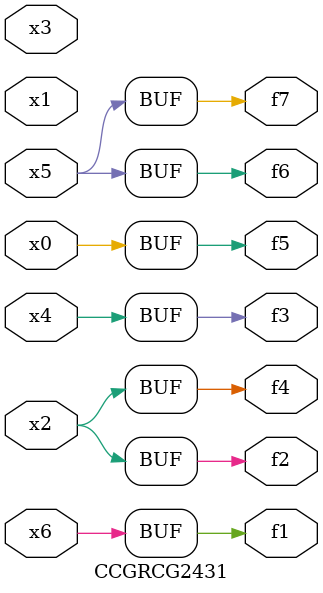
<source format=v>
module CCGRCG2431(
	input x0, x1, x2, x3, x4, x5, x6,
	output f1, f2, f3, f4, f5, f6, f7
);
	assign f1 = x6;
	assign f2 = x2;
	assign f3 = x4;
	assign f4 = x2;
	assign f5 = x0;
	assign f6 = x5;
	assign f7 = x5;
endmodule

</source>
